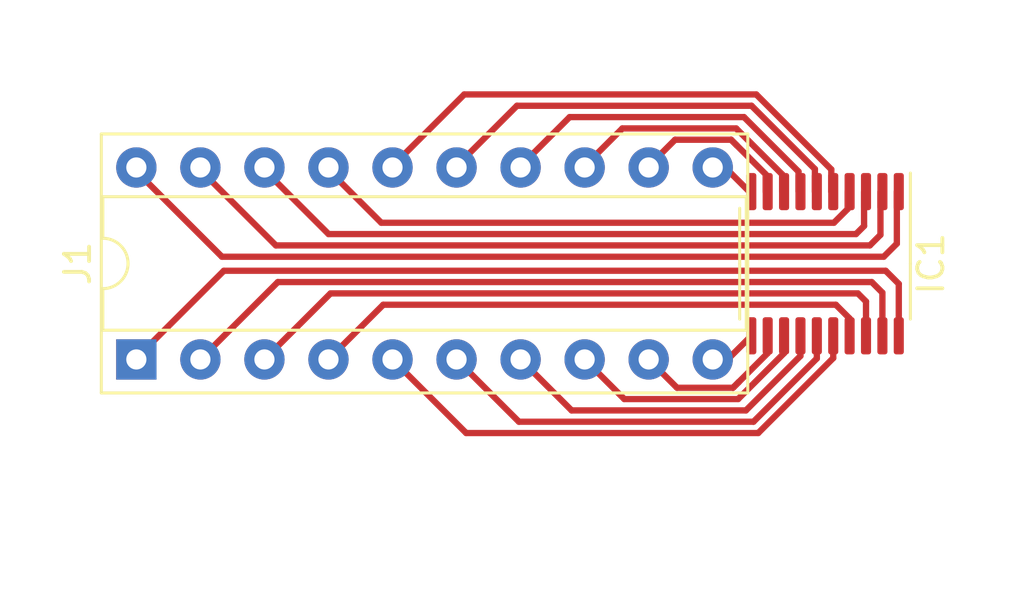
<source format=kicad_pcb>
(kicad_pcb (version 20211014) (generator pcbnew)
  (layers (0 "F.Cu" signal) (31 "B.Cu" signal) (34 "B.Paste" user) (35 "F.Paste" user) (36 "B.SilkS" user "B.Silkscreen") (37 "F.SilkS" user "F.Silkscreen") (38 "B.Mask" user) (39 "F.Mask" user) (44 "Edge.Cuts" user))
  (net 0 "")
  (net 1 "1")
  (net 2 "2")
  (net 3 "3")
  (net 4 "4")
  (net 5 "5")
  (net 6 "6")
  (net 7 "7")
  (net 8 "8")
  (net 9 "9")
  (net 10 "10")
  (net 11 "11")
  (net 12 "12")
  (net 13 "13")
  (net 14 "14")
  (net 15 "15")
  (net 16 "16")
  (net 17 "17")
  (net 18 "18")
  (net 19 "19")
  (net 20 "20")
  (footprint "Package_DIP:DIP-20_W7.62mm_Socket" (layer "F.Cu") (at 144.78 96.52 90)
    (fp_text reference "J1" (at 3.81 -2.33 90) (layer "F.SilkS"))
    (fp_text value "Conn_02x10_Counter_Clockwise")
    (fp_line (start 1.16 -1.33) (end 1.16 24.19) (layer "F.SilkS") (width 0.12))
    (fp_line (start -1.33 -1.39) (end -1.33 24.25) (layer "F.SilkS") (width 0.12))
    (fp_line (start 1.16 24.19) (end 6.46 24.19) (layer "F.SilkS") (width 0.12))
    (fp_line (start 6.46 24.19) (end 6.46 -1.33) (layer "F.SilkS") (width 0.12))
    (fp_line (start 6.46 -1.33) (end 4.81 -1.33) (layer "F.SilkS") (width 0.12))
    (fp_line (start -1.33 24.25) (end 8.95 24.25) (layer "F.SilkS") (width 0.12))
    (fp_line (start 8.95 24.25) (end 8.95 -1.39) (layer "F.SilkS") (width 0.12))
    (fp_line (start 8.95 -1.39) (end -1.33 -1.39) (layer "F.SilkS") (width 0.12))
    (fp_line (start 2.81 -1.33) (end 1.16 -1.33) (layer "F.SilkS") (width 0.12))
    (fp_arc (start 4.81 -1.33) (mid 3.81 -0.33) (end 2.81 -1.33) (layer "F.SilkS") (width 0.12))
    (pad "1" thru_hole rect (at 0 0 90) (size 1.6 1.6) (drill 0.8) (layers *.Cu *.Mask) (net 20 "20"))
    (pad "2" thru_hole oval (at 0 2.54 90) (size 1.6 1.6) (drill 0.8) (layers *.Cu *.Mask) (net 19 "19"))
    (pad "3" thru_hole oval (at 0 5.08 90) (size 1.6 1.6) (drill 0.8) (layers *.Cu *.Mask) (net 18 "18"))
    (pad "4" thru_hole oval (at 0 7.62 90) (size 1.6 1.6) (drill 0.8) (layers *.Cu *.Mask) (net 17 "17"))
    (pad "5" thru_hole oval (at 0 10.16 90) (size 1.6 1.6) (drill 0.8) (layers *.Cu *.Mask) (net 16 "16"))
    (pad "6" thru_hole oval (at 0 12.7 90) (size 1.6 1.6) (drill 0.8) (layers *.Cu *.Mask) (net 15 "15"))
    (pad "7" thru_hole oval (at 0 15.24 90) (size 1.6 1.6) (drill 0.8) (layers *.Cu *.Mask) (net 14 "14"))
    (pad "8" thru_hole oval (at 0 17.78 90) (size 1.6 1.6) (drill 0.8) (layers *.Cu *.Mask) (net 13 "13"))
    (pad "9" thru_hole oval (at 0 20.32 90) (size 1.6 1.6) (drill 0.8) (layers *.Cu *.Mask) (net 12 "12"))
    (pad "10" thru_hole oval (at 0 22.86 90) (size 1.6 1.6) (drill 0.8) (layers *.Cu *.Mask) (net 11 "11"))
    (pad "11" thru_hole oval (at 7.62 22.86 90) (size 1.6 1.6) (drill 0.8) (layers *.Cu *.Mask) (net 10 "10"))
    (pad "12" thru_hole oval (at 7.62 20.32 90) (size 1.6 1.6) (drill 0.8) (layers *.Cu *.Mask) (net 9 "9"))
    (pad "13" thru_hole oval (at 7.62 17.78 90) (size 1.6 1.6) (drill 0.8) (layers *.Cu *.Mask) (net 8 "8"))
    (pad "14" thru_hole oval (at 7.62 15.24 90) (size 1.6 1.6) (drill 0.8) (layers *.Cu *.Mask) (net 7 "7"))
    (pad "15" thru_hole oval (at 7.62 12.7 90) (size 1.6 1.6) (drill 0.8) (layers *.Cu *.Mask) (net 6 "6"))
    (pad "16" thru_hole oval (at 7.62 10.16 90) (size 1.6 1.6) (drill 0.8) (layers *.Cu *.Mask) (net 5 "5"))
    (pad "17" thru_hole oval (at 7.62 7.62 90) (size 1.6 1.6) (drill 0.8) (layers *.Cu *.Mask) (net 4 "4"))
    (pad "18" thru_hole oval (at 7.62 5.08 90) (size 1.6 1.6) (drill 0.8) (layers *.Cu *.Mask) (net 3 "3"))
    (pad "19" thru_hole oval (at 7.62 2.54 90) (size 1.6 1.6) (drill 0.8) (layers *.Cu *.Mask) (net 2 "2"))
    (pad "20" thru_hole oval (at 7.62 0 90) (size 1.6 1.6) (drill 0.8) (layers *.Cu *.Mask) (net 1 "1"))
  )
  (footprint "Package_SO:TSSOP-20_4.4x6.5mm_P0.65mm" (layer "F.Cu") (at 172.095 92.72 -90)
    (fp_text reference "IC1" (at 0 -4.2 90) (layer "F.SilkS"))
    (fp_text value "ATTINY167-XUR")
    (fp_line (start 0 3.385) (end 2.2 3.385) (layer "F.SilkS") (width 0.12))
    (fp_line (start 0 -3.385) (end 2.2 -3.385) (layer "F.SilkS") (width 0.12))
    (fp_line (start 0 -3.385) (end -3.6 -3.385) (layer "F.SilkS") (width 0.12))
    (fp_line (start 0 3.385) (end -2.2 3.385) (layer "F.SilkS") (width 0.12))
    (pad "1" smd roundrect (at -2.8625 -2.925 270) (size 1.475 0.4) (layers "F.Cu" "F.Paste" "F.Mask") (net 1 "1"))
    (pad "2" smd roundrect (at -2.8625 -2.275 270) (size 1.475 0.4) (layers "F.Cu" "F.Paste" "F.Mask") (net 2 "2"))
    (pad "3" smd roundrect (at -2.8625 -1.625 270) (size 1.475 0.4) (layers "F.Cu" "F.Paste" "F.Mask") (net 3 "3"))
    (pad "4" smd roundrect (at -2.8625 -0.975 270) (size 1.475 0.4) (layers "F.Cu" "F.Paste" "F.Mask") (net 4 "4"))
    (pad "5" smd roundrect (at -2.8625 -0.325 270) (size 1.475 0.4) (layers "F.Cu" "F.Paste" "F.Mask") (net 5 "5"))
    (pad "6" smd roundrect (at -2.8625 0.325 270) (size 1.475 0.4) (layers "F.Cu" "F.Paste" "F.Mask") (net 6 "6"))
    (pad "7" smd roundrect (at -2.8625 0.975 270) (size 1.475 0.4) (layers "F.Cu" "F.Paste" "F.Mask") (net 7 "7"))
    (pad "8" smd roundrect (at -2.8625 1.625 270) (size 1.475 0.4) (layers "F.Cu" "F.Paste" "F.Mask") (net 8 "8"))
    (pad "9" smd roundrect (at -2.8625 2.275 270) (size 1.475 0.4) (layers "F.Cu" "F.Paste" "F.Mask") (net 9 "9"))
    (pad "10" smd roundrect (at -2.8625 2.925 270) (size 1.475 0.4) (layers "F.Cu" "F.Paste" "F.Mask") (net 10 "10"))
    (pad "11" smd roundrect (at 2.8625 2.925 270) (size 1.475 0.4) (layers "F.Cu" "F.Paste" "F.Mask") (net 11 "11"))
    (pad "12" smd roundrect (at 2.8625 2.275 270) (size 1.475 0.4) (layers "F.Cu" "F.Paste" "F.Mask") (net 12 "12"))
    (pad "13" smd roundrect (at 2.8625 1.625 270) (size 1.475 0.4) (layers "F.Cu" "F.Paste" "F.Mask") (net 13 "13"))
    (pad "14" smd roundrect (at 2.8625 0.975 270) (size 1.475 0.4) (layers "F.Cu" "F.Paste" "F.Mask") (net 14 "14"))
    (pad "15" smd roundrect (at 2.8625 0.325 270) (size 1.475 0.4) (layers "F.Cu" "F.Paste" "F.Mask") (net 15 "15"))
    (pad "16" smd roundrect (at 2.8625 -0.325 270) (size 1.475 0.4) (layers "F.Cu" "F.Paste" "F.Mask") (net 16 "16"))
    (pad "17" smd roundrect (at 2.8625 -0.975 270) (size 1.475 0.4) (layers "F.Cu" "F.Paste" "F.Mask") (net 17 "17"))
    (pad "18" smd roundrect (at 2.8625 -1.625 270) (size 1.475 0.4) (layers "F.Cu" "F.Paste" "F.Mask") (net 18 "18"))
    (pad "19" smd roundrect (at 2.8625 -2.275 270) (size 1.475 0.4) (layers "F.Cu" "F.Paste" "F.Mask") (net 19 "19"))
    (pad "20" smd roundrect (at 2.8625 -2.925 270) (size 1.475 0.4) (layers "F.Cu" "F.Paste" "F.Mask") (net 20 "20"))
  )
  (segment (start 174.423127 92.442591) (end 174.943127 91.922591) (width 0.25) (layer "F.Cu") (net 1))
  (segment (start 144.703127 88.922591) (end 144.693127 88.922591) (width 0.25) (layer "F.Cu") (net 1))
  (segment (start 144.673127 88.942591) (end 148.173127 92.442591) (width 0.25) (layer "F.Cu") (net 1))
  (segment (start 144.693127 88.922591) (end 144.673127 88.942591) (width 0.25) (layer "F.Cu") (net 1))
  (segment (start 174.943127 91.922591) (end 174.943127 89.860091) (width 0.25) (layer "F.Cu") (net 1))
  (segment (start 148.173127 92.442591) (end 174.423127 92.442591) (width 0.25) (layer "F.Cu") (net 1))
  (segment (start 174.293127 89.860091) (end 174.293127 91.572591) (width 0.25) (layer "F.Cu") (net 2))
  (segment (start 173.872647 91.993071) (end 150.313607 91.993071) (width 0.25) (layer "F.Cu") (net 2))
  (segment (start 150.313607 91.993071) (end 147.243127 88.922591) (width 0.25) (layer "F.Cu") (net 2))
  (segment (start 174.293127 91.572591) (end 173.872647 91.993071) (width 0.25) (layer "F.Cu") (net 2))
  (segment (start 173.643127 89.860091) (end 173.643127 91.222591) (width 0.25) (layer "F.Cu") (net 3))
  (segment (start 173.643127 91.222591) (end 173.322167 91.543551) (width 0.25) (layer "F.Cu") (net 3))
  (segment (start 152.404087 91.543551) (end 149.783127 88.922591) (width 0.25) (layer "F.Cu") (net 3))
  (segment (start 152.404087 91.543551) (end 173.322167 91.543551) (width 0.25) (layer "F.Cu") (net 3))
  (segment (start 154.494567 91.094031) (end 152.323127 88.922591) (width 0.25) (layer "F.Cu") (net 4))
  (segment (start 172.993127 90.547952) (end 172.447048 91.094031) (width 0.25) (layer "F.Cu") (net 4))
  (segment (start 172.447048 91.094031) (end 154.494567 91.094031) (width 0.25) (layer "F.Cu") (net 4))
  (segment (start 172.993127 89.860091) (end 172.993127 90.547952) (width 0.25) (layer "F.Cu") (net 4))
  (segment (start 169.366254 86) (end 172.343127 88.976873) (width 0.25) (layer "F.Cu") (net 5))
  (segment (start 154.863127 88.922591) (end 157.785718 86) (width 0.25) (layer "F.Cu") (net 5))
  (segment (start 157.785718 86) (end 169.366254 86) (width 0.25) (layer "F.Cu") (net 5))
  (segment (start 172.343127 88.976873) (end 172.343127 89.860091) (width 0.25) (layer "F.Cu") (net 5))
  (segment (start 171.693127 88.962591) (end 169.180056 86.44952) (width 0.25) (layer "F.Cu") (net 6))
  (segment (start 159.876198 86.44952) (end 157.403127 88.922591) (width 0.25) (layer "F.Cu") (net 6))
  (segment (start 171.693127 89.860091) (end 171.693127 88.962591) (width 0.25) (layer "F.Cu") (net 6))
  (segment (start 169.180056 86.44952) (end 159.876198 86.44952) (width 0.25) (layer "F.Cu") (net 6))
  (segment (start 161.966678 86.89904) (end 168.879576 86.89904) (width 0.25) (layer "F.Cu") (net 7))
  (segment (start 159.943127 88.922591) (end 161.966678 86.89904) (width 0.25) (layer "F.Cu") (net 7))
  (segment (start 168.879576 86.89904) (end 171.043127 89.062591) (width 0.25) (layer "F.Cu") (net 7))
  (segment (start 171.043127 89.062591) (end 171.043127 89.860091) (width 0.25) (layer "F.Cu") (net 7))
  (segment (start 168.569457 87.34856) (end 170.393127 89.17223) (width 0.25) (layer "F.Cu") (net 8))
  (segment (start 170.393127 89.17223) (end 170.393127 89.860091) (width 0.25) (layer "F.Cu") (net 8))
  (segment (start 168.569457 87.34856) (end 164.057158 87.34856) (width 0.25) (layer "F.Cu") (net 8))
  (segment (start 162.483127 88.922591) (end 164.057158 87.34856) (width 0.25) (layer "F.Cu") (net 8))
  (segment (start 168.593307 88.022411) (end 169.743127 89.17223) (width 0.25) (layer "F.Cu") (net 9))
  (segment (start 165.023127 88.922591) (end 166.147638 87.79808) (width 0.25) (layer "F.Cu") (net 9))
  (segment (start 168.368976 87.79808) (end 168.593307 88.022411) (width 0.25) (layer "F.Cu") (net 9))
  (segment (start 169.743127 89.17223) (end 169.743127 89.860091) (width 0.25) (layer "F.Cu") (net 9))
  (segment (start 168.368977 87.79808) (end 168.593307 88.022411) (width 0.25) (layer "F.Cu") (net 9))
  (segment (start 166.147638 87.79808) (end 168.368976 87.79808) (width 0.25) (layer "F.Cu") (net 9))
  (segment (start 167.563127 88.922591) (end 168.155627 88.922591) (width 0.25) (layer "F.Cu") (net 10))
  (segment (start 168.155627 88.922591) (end 169.093127 89.860091) (width 0.25) (layer "F.Cu") (net 10))
  (segment (start 167.64 96.52) (end 168.2325 96.52) (width 0.25) (layer "F.Cu") (net 11))
  (segment (start 168.2325 96.52) (end 169.17 95.5825) (width 0.25) (layer "F.Cu") (net 11))
  (segment (start 168.44585 97.644511) (end 168.67018 97.42018) (width 0.25) (layer "F.Cu") (net 12))
  (segment (start 168.67018 97.42018) (end 169.82 96.270361) (width 0.25) (layer "F.Cu") (net 12))
  (segment (start 169.82 96.270361) (end 169.82 95.5825) (width 0.25) (layer "F.Cu") (net 12))
  (segment (start 168.445849 97.644511) (end 168.67018 97.42018) (width 0.25) (layer "F.Cu") (net 12))
  (segment (start 165.1 96.52) (end 166.224511 97.644511) (width 0.25) (layer "F.Cu") (net 12))
  (segment (start 166.224511 97.644511) (end 168.445849 97.644511) (width 0.25) (layer "F.Cu") (net 12))
  (segment (start 168.64633 98.094031) (end 170.47 96.270361) (width 0.25) (layer "F.Cu") (net 13))
  (segment (start 162.56 96.52) (end 164.134031 98.094031) (width 0.25) (layer "F.Cu") (net 13))
  (segment (start 168.64633 98.094031) (end 164.134031 98.094031) (width 0.25) (layer "F.Cu") (net 13))
  (segment (start 170.47 96.270361) (end 170.47 95.5825) (width 0.25) (layer "F.Cu") (net 13))
  (segment (start 168.956449 98.543551) (end 171.12 96.38) (width 0.25) (layer "F.Cu") (net 14))
  (segment (start 162.043551 98.543551) (end 168.956449 98.543551) (width 0.25) (layer "F.Cu") (net 14))
  (segment (start 160.02 96.52) (end 162.043551 98.543551) (width 0.25) (layer "F.Cu") (net 14))
  (segment (start 171.12 96.38) (end 171.12 95.5825) (width 0.25) (layer "F.Cu") (net 14))
  (segment (start 171.77 95.5825) (end 171.77 96.48) (width 0.25) (layer "F.Cu") (net 15))
  (segment (start 159.953071 98.993071) (end 157.48 96.52) (width 0.25) (layer "F.Cu") (net 15))
  (segment (start 169.256929 98.993071) (end 159.953071 98.993071) (width 0.25) (layer "F.Cu") (net 15))
  (segment (start 171.77 96.48) (end 169.256929 98.993071) (width 0.25) (layer "F.Cu") (net 15))
  (segment (start 157.862591 99.442591) (end 169.443127 99.442591) (width 0.25) (layer "F.Cu") (net 16))
  (segment (start 154.94 96.52) (end 157.862591 99.442591) (width 0.25) (layer "F.Cu") (net 16))
  (segment (start 172.42 96.465718) (end 172.42 95.5825) (width 0.25) (layer "F.Cu") (net 16))
  (segment (start 169.443127 99.442591) (end 172.42 96.465718) (width 0.25) (layer "F.Cu") (net 16))
  (segment (start 173.07 94.894639) (end 172.523921 94.34856) (width 0.25) (layer "F.Cu") (net 17))
  (segment (start 154.57144 94.34856) (end 152.4 96.52) (width 0.25) (layer "F.Cu") (net 17))
  (segment (start 172.523921 94.34856) (end 154.57144 94.34856) (width 0.25) (layer "F.Cu") (net 17))
  (segment (start 173.07 95.5825) (end 173.07 94.894639) (width 0.25) (layer "F.Cu") (net 17))
  (segment (start 152.48096 93.89904) (end 149.86 96.52) (width 0.25) (layer "F.Cu") (net 18))
  (segment (start 173.72 95.5825) (end 173.72 94.22) (width 0.25) (layer "F.Cu") (net 18))
  (segment (start 152.48096 93.89904) (end 173.39904 93.89904) (width 0.25) (layer "F.Cu") (net 18))
  (segment (start 173.72 94.22) (end 173.39904 93.89904) (width 0.25) (layer "F.Cu") (net 18))
  (segment (start 174.37 93.87) (end 173.94952 93.44952) (width 0.25) (layer "F.Cu") (net 19))
  (segment (start 174.37 95.5825) (end 174.37 93.87) (width 0.25) (layer "F.Cu") (net 19))
  (segment (start 150.39048 93.44952) (end 147.32 96.52) (width 0.25) (layer "F.Cu") (net 19))
  (segment (start 173.94952 93.44952) (end 150.39048 93.44952) (width 0.25) (layer "F.Cu") (net 19))
  (segment (start 144.75 96.5) (end 148.25 93) (width 0.25) (layer "F.Cu") (net 20))
  (segment (start 174.5 93) (end 175.02 93.52) (width 0.25) (layer "F.Cu") (net 20))
  (segment (start 144.78 96.52) (end 144.77 96.52) (width 0.25) (layer "F.Cu") (net 20))
  (segment (start 175.02 93.52) (end 175.02 95.5825) (width 0.25) (layer "F.Cu") (net 20))
  (segment (start 144.77 96.52) (end 144.75 96.5) (width 0.25) (layer "F.Cu") (net 20))
  (segment (start 148.25 93) (end 174.5 93) (width 0.25) (layer "F.Cu") (net 20))
)
</source>
